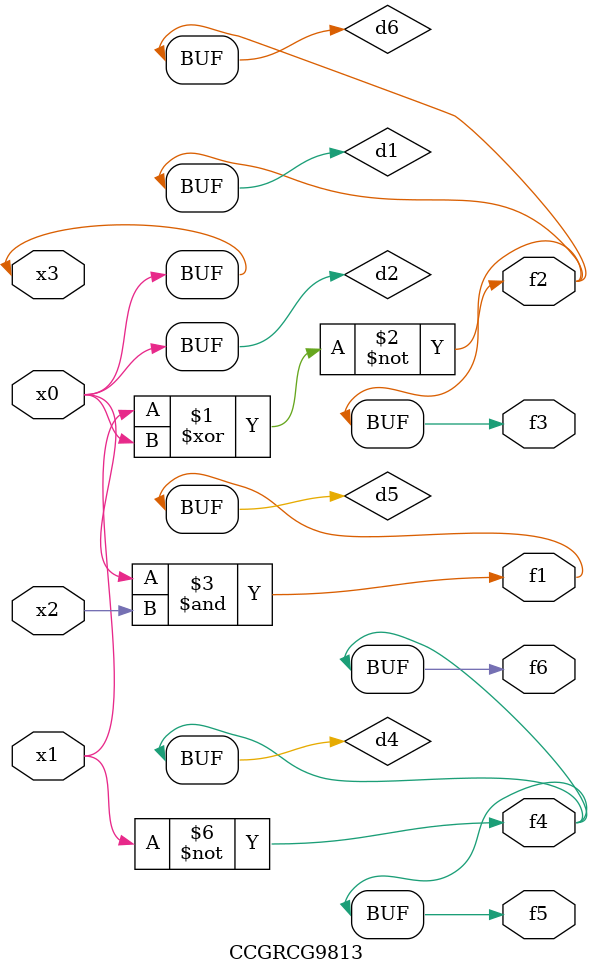
<source format=v>
module CCGRCG9813(
	input x0, x1, x2, x3,
	output f1, f2, f3, f4, f5, f6
);

	wire d1, d2, d3, d4, d5, d6;

	xnor (d1, x1, x3);
	buf (d2, x0, x3);
	nand (d3, x0, x2);
	not (d4, x1);
	nand (d5, d3);
	or (d6, d1);
	assign f1 = d5;
	assign f2 = d6;
	assign f3 = d6;
	assign f4 = d4;
	assign f5 = d4;
	assign f6 = d4;
endmodule

</source>
